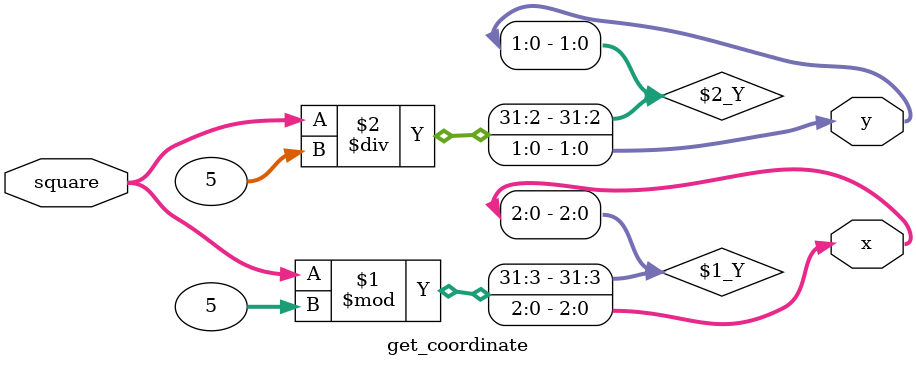
<source format=v>
`timescale 1ns / 1ps


module get_coordinate(
    input [4:0] square,
    output [2:0] x,
    output [1:0] y
);

    assign x = square % 5;
    assign y = square / 5;

endmodule

</source>
